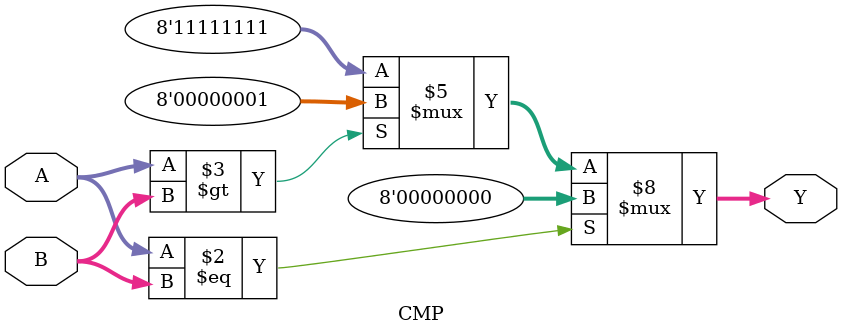
<source format=v>
module CMP(
  input [7:0] A,
  input [7:0] B,
  output reg [7:0] Y
);

  always @(A, B) begin
    if(A == B)
      Y <= 0;
    else if(A > B)
      Y <= 1;
    else 
      Y <= -1;
  end
endmodule

</source>
